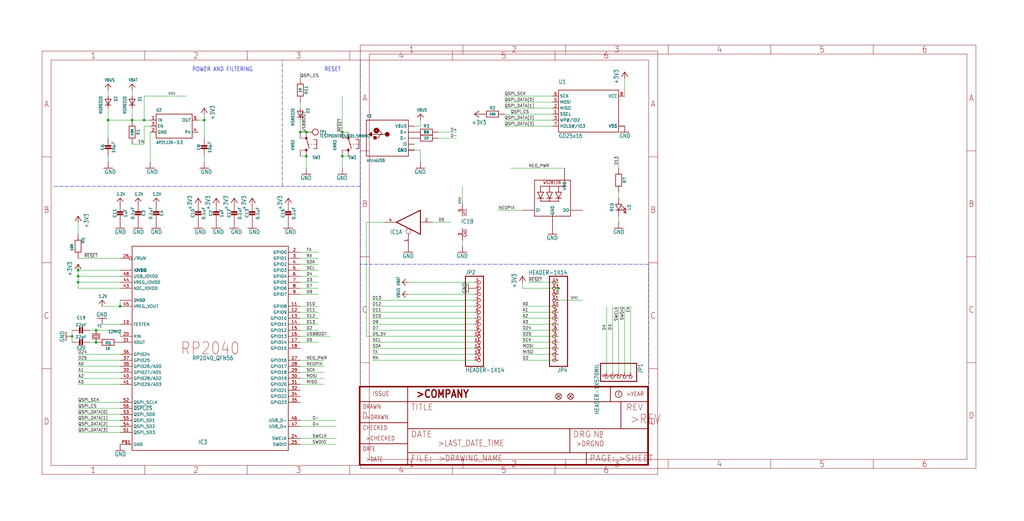
<source format=kicad_sch>
(kicad_sch (version 20211123) (generator eeschema)
  (paper "User" 433.07 220.421)
  (junction (at 236.22 121.92))
  (junction (at 40.64 139.7))
  (junction (at 33.02 119.38))
  (junction (at 40.64 144.78))
  (junction (at 129.54 66.04))
  (junction (at 127 55.88))
  (junction (at 30.48 142.24))
  (junction (at 45.72 50.8))
  (junction (at 50.8 129.54))
  (junction (at 33.02 116.84))
  (junction (at 129.54 55.88))
  (junction (at 86.36 50.8))
  (junction (at 60.96 50.8))
  (junction (at 33.02 114.3))
  (junction (at 144.78 55.88))
  (junction (at 55.88 50.8))
  (junction (at 144.78 66.04))
  (wire (pts (xy 127 111.76) (xy 134.62 111.76)))
  (wire (pts (xy 154.94 93.98) (xy 162.56 93.98)))
  (wire (pts (xy 185.42 55.88) (xy 193.04 55.88)))
  (wire (pts (xy 30.48 144.78) (xy 30.48 142.24)))
  (wire (pts (xy 40.64 139.7) (xy 38.1 139.7)))
  (wire (pts (xy 134.62 109.22) (xy 127 109.22)))
  (wire (pts (xy 60.96 40.64) (xy 78.74 40.64)))
  (wire (pts (xy 220.98 142.24) (xy 236.22 142.24)))
  (wire (pts (xy 50.8 160.02) (xy 33.02 160.02)))
  (wire (pts (xy 50.8 152.4) (xy 33.02 152.4)))
  (wire (pts (xy 33.02 175.26) (xy 50.8 175.26)))
  (wire (pts (xy 264.16 33.02) (xy 264.16 40.64)))
  (wire (pts (xy 127 180.34) (xy 142.24 180.34)))
  (wire (pts (xy 261.62 81.28) (xy 261.62 83.82)))
  (wire (pts (xy 55.88 45.72) (xy 55.88 50.8)))
  (wire (pts (xy 127 132.08) (xy 134.62 132.08)))
  (wire (pts (xy 144.78 55.88) (xy 147.32 55.88)))
  (wire (pts (xy 33.02 119.38) (xy 33.02 116.84)))
  (wire (pts (xy 200.66 142.24) (xy 154.94 142.24)))
  (wire (pts (xy 127 142.24) (xy 139.7 142.24)))
  (wire (pts (xy 266.7 157.48) (xy 266.7 129.54)))
  (wire (pts (xy 33.02 116.84) (xy 33.02 114.3)))
  (wire (pts (xy 236.22 139.7) (xy 220.98 139.7)))
  (wire (pts (xy 50.8 170.18) (xy 33.02 170.18)))
  (wire (pts (xy 45.72 50.8) (xy 45.72 45.72)))
  (wire (pts (xy 127 124.46) (xy 134.62 124.46)))
  (wire (pts (xy 127 144.78) (xy 134.62 144.78)))
  (wire (pts (xy 233.68 45.72) (xy 213.36 45.72)))
  (polyline (pts (xy 152.4 162.56) (xy 152.4 111.76)))
  (wire (pts (xy 220.98 88.9) (xy 210.82 88.9)))
  (wire (pts (xy 213.36 43.18) (xy 233.68 43.18)))
  (wire (pts (xy 213.36 53.34) (xy 233.68 53.34)))
  (polyline (pts (xy 152.4 78.74) (xy 119.38 78.74)))
  (wire (pts (xy 220.98 149.86) (xy 236.22 149.86)))
  (wire (pts (xy 261.62 71.12) (xy 261.62 66.04)))
  (wire (pts (xy 50.8 109.22) (xy 33.02 109.22)))
  (wire (pts (xy 259.08 157.48) (xy 259.08 129.54)))
  (wire (pts (xy 220.98 132.08) (xy 236.22 132.08)))
  (wire (pts (xy 127 114.3) (xy 134.62 114.3)))
  (wire (pts (xy 177.8 63.5) (xy 177.8 68.58)))
  (wire (pts (xy 60.96 50.8) (xy 60.96 40.64)))
  (wire (pts (xy 38.1 144.78) (xy 40.64 144.78)))
  (wire (pts (xy 220.98 121.92) (xy 236.22 121.92)))
  (wire (pts (xy 129.54 55.88) (xy 127 55.88)))
  (wire (pts (xy 195.58 78.74) (xy 195.58 86.36)))
  (wire (pts (xy 200.66 144.78) (xy 157.48 144.78)))
  (wire (pts (xy 86.36 50.8) (xy 86.36 48.26)))
  (wire (pts (xy 157.48 139.7) (xy 200.66 139.7)))
  (wire (pts (xy 50.8 137.16) (xy 43.18 137.16)))
  (wire (pts (xy 144.78 40.64) (xy 144.78 55.88)))
  (wire (pts (xy 157.48 129.54) (xy 200.66 129.54)))
  (wire (pts (xy 195.58 101.6) (xy 195.58 104.14)))
  (wire (pts (xy 43.18 129.54) (xy 50.8 129.54)))
  (wire (pts (xy 238.76 71.12) (xy 215.9 71.12)))
  (wire (pts (xy 236.22 127) (xy 246.38 127)))
  (wire (pts (xy 40.64 139.7) (xy 50.8 139.7)))
  (wire (pts (xy 50.8 121.92) (xy 33.02 121.92)))
  (wire (pts (xy 236.22 152.4) (xy 220.98 152.4)))
  (wire (pts (xy 50.8 116.84) (xy 33.02 116.84)))
  (wire (pts (xy 233.68 50.8) (xy 213.36 50.8)))
  (wire (pts (xy 33.02 180.34) (xy 50.8 180.34)))
  (wire (pts (xy 200.66 127) (xy 157.48 127)))
  (wire (pts (xy 233.68 48.26) (xy 213.36 48.26)))
  (wire (pts (xy 30.48 142.24) (xy 30.48 139.7)))
  (wire (pts (xy 264.16 157.48) (xy 264.16 129.54)))
  (wire (pts (xy 157.48 147.32) (xy 200.66 147.32)))
  (wire (pts (xy 220.98 137.16) (xy 236.22 137.16)))
  (wire (pts (xy 127 134.62) (xy 134.62 134.62)))
  (wire (pts (xy 55.88 60.96) (xy 60.96 60.96)))
  (wire (pts (xy 127 66.04) (xy 129.54 66.04)))
  (wire (pts (xy 177.8 53.34) (xy 177.8 50.8)))
  (wire (pts (xy 127 157.48) (xy 137.16 157.48)))
  (wire (pts (xy 127 177.8) (xy 142.24 177.8)))
  (wire (pts (xy 236.22 134.62) (xy 220.98 134.62)))
  (wire (pts (xy 127 137.16) (xy 134.62 137.16)))
  (wire (pts (xy 127 154.94) (xy 137.16 154.94)))
  (wire (pts (xy 86.36 58.42) (xy 86.36 50.8)))
  (wire (pts (xy 127 121.92) (xy 134.62 121.92)))
  (wire (pts (xy 45.72 66.04) (xy 45.72 68.58)))
  (wire (pts (xy 50.8 172.72) (xy 33.02 172.72)))
  (wire (pts (xy 63.5 55.88) (xy 63.5 68.58)))
  (wire (pts (xy 60.96 60.96) (xy 60.96 53.34)))
  (wire (pts (xy 127 116.84) (xy 134.62 116.84)))
  (wire (pts (xy 256.54 129.54) (xy 256.54 157.48)))
  (wire (pts (xy 233.68 40.64) (xy 213.36 40.64)))
  (wire (pts (xy 175.26 63.5) (xy 177.8 63.5)))
  (wire (pts (xy 261.62 91.44) (xy 261.62 93.98)))
  (wire (pts (xy 127 162.56) (xy 137.16 162.56)))
  (wire (pts (xy 50.8 119.38) (xy 33.02 119.38)))
  (wire (pts (xy 33.02 177.8) (xy 50.8 177.8)))
  (wire (pts (xy 182.88 93.98) (xy 190.5 93.98)))
  (wire (pts (xy 261.62 129.54) (xy 261.62 157.48)))
  (wire (pts (xy 144.78 71.12) (xy 144.78 66.04)))
  (wire (pts (xy 33.02 182.88) (xy 50.8 182.88)))
  (wire (pts (xy 127 152.4) (xy 137.16 152.4)))
  (wire (pts (xy 55.88 50.8) (xy 45.72 50.8)))
  (wire (pts (xy 50.8 127) (xy 50.8 129.54)))
  (wire (pts (xy 220.98 119.38) (xy 220.98 121.92)))
  (wire (pts (xy 157.48 152.4) (xy 200.66 152.4)))
  (wire (pts (xy 33.02 157.48) (xy 50.8 157.48)))
  (wire (pts (xy 157.48 134.62) (xy 200.66 134.62)))
  (wire (pts (xy 86.36 66.04) (xy 86.36 68.58)))
  (polyline (pts (xy 274.32 162.56) (xy 274.32 111.76)))
  (wire (pts (xy 129.54 66.04) (xy 129.54 71.12)))
  (wire (pts (xy 175.26 53.34) (xy 177.8 53.34)))
  (wire (pts (xy 83.82 50.8) (xy 86.36 50.8)))
  (polyline (pts (xy 22.86 78.74) (xy 119.38 78.74)))
  (wire (pts (xy 200.66 132.08) (xy 157.48 132.08)))
  (wire (pts (xy 33.02 93.98) (xy 33.02 99.06)))
  (wire (pts (xy 236.22 129.54) (xy 220.98 129.54)))
  (wire (pts (xy 127 187.96) (xy 142.24 187.96)))
  (wire (pts (xy 60.96 53.34) (xy 63.5 53.34)))
  (wire (pts (xy 63.5 50.8) (xy 60.96 50.8)))
  (wire (pts (xy 185.42 58.42) (xy 193.04 58.42)))
  (wire (pts (xy 50.8 114.3) (xy 33.02 114.3)))
  (polyline (pts (xy 152.4 111.76) (xy 152.4 78.74)))
  (polyline (pts (xy 152.4 78.74) (xy 152.4 25.4)))
  (wire (pts (xy 33.02 121.92) (xy 33.02 119.38)))
  (wire (pts (xy 127 33.02) (xy 127 30.48)))
  (wire (pts (xy 127 106.68) (xy 134.62 106.68)))
  (wire (pts (xy 200.66 149.86) (xy 157.48 149.86)))
  (wire (pts (xy 154.94 142.24) (xy 154.94 93.98)))
  (wire (pts (xy 127 160.02) (xy 137.16 160.02)))
  (wire (pts (xy 127 45.72) (xy 127 43.18)))
  (wire (pts (xy 50.8 154.94) (xy 33.02 154.94)))
  (wire (pts (xy 142.24 185.42) (xy 127 185.42)))
  (wire (pts (xy 172.72 119.38) (xy 200.66 119.38)))
  (polyline (pts (xy 119.38 78.74) (xy 119.38 25.4)))
  (wire (pts (xy 236.22 119.38) (xy 223.52 119.38)))
  (wire (pts (xy 236.22 147.32) (xy 220.98 147.32)))
  (polyline (pts (xy 274.32 111.76) (xy 152.4 111.76)))
  (wire (pts (xy 236.22 124.46) (xy 236.22 121.92)))
  (wire (pts (xy 200.66 124.46) (xy 172.72 124.46)))
  (wire (pts (xy 33.02 162.56) (xy 50.8 162.56)))
  (wire (pts (xy 127 119.38) (xy 134.62 119.38)))
  (wire (pts (xy 45.72 38.1) (xy 45.72 40.64)))
  (wire (pts (xy 45.72 50.8) (xy 45.72 58.42)))
  (wire (pts (xy 236.22 144.78) (xy 220.98 144.78)))
  (wire (pts (xy 147.32 66.04) (xy 144.78 66.04)))
  (wire (pts (xy 127 139.7) (xy 134.62 139.7)))
  (wire (pts (xy 33.02 149.86) (xy 50.8 149.86)))
  (wire (pts (xy 127 129.54) (xy 134.62 129.54)))
  (wire (pts (xy 127 55.88) (xy 127 50.8)))
  (wire (pts (xy 55.88 40.64) (xy 55.88 38.1)))
  (wire (pts (xy 55.88 50.8) (xy 60.96 50.8)))
  (wire (pts (xy 50.8 139.7) (xy 50.8 142.24)))
  (wire (pts (xy 200.66 137.16) (xy 157.48 137.16)))
  (text "RESET" (at 137.16 30.48 180) (effects (font (size 1.778 1.5113)) (justify left bottom)))
  (text "POWER AND FILTERING" (at 81.28 30.48 180) (effects (font (size 1.778 1.5113)) (justify left bottom)))
  (label "A2" (at 220.98 134.62 0) (effects (font (size 1.2446 1.2446))))
  (label "RX" (at 129.54 109.22 0) (effects (font (size 1.2446 1.2446))))
  (label "D9" (at 129.54 124.46 0) (effects (font (size 1.2446 1.2446))))
  (label "D11" (at 129.54 132.08 0) (effects (font (size 1.2446 1.2446))))
  (label "D4" (at 256.54 139.7 90) (effects (font (size 1.2446 1.2446))))
  (label "D12" (at 157.48 129.54 0) (effects (font (size 1.2446 1.2446))))
  (label "QSPI_DATA[0]" (at 33.02 175.26 0) (effects (font (size 1.2446 1.2446))))
  (label "SWCLK" (at 132.08 185.42 0) (effects (font (size 1.2446 1.2446))))
  (label "QSPI_DATA[1]" (at 213.36 45.72 0) (effects (font (size 1.2446 1.2446))))
  (label "A1" (at 33.02 157.48 0) (effects (font (size 1.2446 1.2446))))
  (label "D25" (at 220.98 142.24 0) (effects (font (size 1.2446 1.2446))))
  (label "D5_5V" (at 157.48 142.24 0) (effects (font (size 1.2446 1.2446))))
  (label "D2" (at 129.54 139.7 0) (effects (font (size 1.2446 1.2446))))
  (label "SCL" (at 129.54 114.3 0) (effects (font (size 1.2446 1.2446))))
  (label "D11" (at 157.48 132.08 0) (effects (font (size 1.2446 1.2446))))
  (label "QSPI_DATA[2]" (at 213.36 50.8 0) (effects (font (size 1.2446 1.2446))))
  (label "SCL" (at 157.48 144.78 0) (effects (font (size 1.2446 1.2446))))
  (label "SWCLK" (at 261.62 129.54 270) (effects (font (size 1.2446 1.2446))))
  (label "D9" (at 157.48 137.16 0) (effects (font (size 1.2446 1.2446))))
  (label "QSPI_DATA[0]" (at 213.36 43.18 0) (effects (font (size 1.2446 1.2446))))
  (label "D24" (at 220.98 139.7 0) (effects (font (size 1.2446 1.2446))))
  (label "MOSI" (at 220.98 147.32 0) (effects (font (size 1.2446 1.2446))))
  (label "D-" (at 132.08 177.8 0) (effects (font (size 1.2446 1.2446))))
  (label "SDA" (at 129.54 111.76 0) (effects (font (size 1.2446 1.2446))))
  (label "VHI" (at 241.3 127 0) (effects (font (size 1.2446 1.2446))))
  (label "D5" (at 129.54 144.78 0) (effects (font (size 1.2446 1.2446))))
  (label "MISO" (at 129.54 162.56 0) (effects (font (size 1.2446 1.2446))))
  (label "A0" (at 33.02 154.94 0) (effects (font (size 1.2446 1.2446))))
  (label "USBBOOT" (at 129.54 55.88 90) (effects (font (size 1.2446 1.2446))))
  (label "D+" (at 190.5 55.88 0) (effects (font (size 1.2446 1.2446))))
  (label "NEOPIX" (at 129.54 154.94 0) (effects (font (size 1.2446 1.2446))))
  (label "NEO_PWR" (at 223.52 71.12 0) (effects (font (size 1.2446 1.2446))))
  (label "NEO_PWR" (at 129.54 152.4 0) (effects (font (size 1.2446 1.2446))))
  (label "QSPI_DATA[2]" (at 33.02 180.34 0) (effects (font (size 1.2446 1.2446))))
  (label "TX" (at 157.48 149.86 0) (effects (font (size 1.2446 1.2446))))
  (label "D12" (at 129.54 134.62 0) (effects (font (size 1.2446 1.2446))))
  (label "D3" (at 129.54 119.38 0) (effects (font (size 1.2446 1.2446))))
  (label "QSPI_DATA[3]" (at 213.36 53.34 0) (effects (font (size 1.2446 1.2446))))
  (label "QSPI_SCK" (at 213.36 40.64 0) (effects (font (size 1.2446 1.2446))))
  (label "QSPI_CS" (at 33.02 172.72 0) (effects (font (size 1.2446 1.2446))))
  (label "SWDIO" (at 132.08 187.96 0) (effects (font (size 1.2446 1.2446))))
  (label "VHI" (at 71.12 40.64 0) (effects (font (size 1.2446 1.2446))))
  (label "D5" (at 185.42 93.98 0) (effects (font (size 1.2446 1.2446))))
  (label "A3" (at 33.02 162.56 0) (effects (font (size 1.2446 1.2446))))
  (label "D2" (at 220.98 152.4 0) (effects (font (size 1.2446 1.2446))))
  (label "SDA" (at 157.48 147.32 0) (effects (font (size 1.2446 1.2446))))
  (label "QSPI_SCK" (at 33.02 170.18 0) (effects (font (size 1.2446 1.2446))))
  (label "SWDIO" (at 264.16 129.54 270) (effects (font (size 1.2446 1.2446))))
  (label "~{RESET}" (at 35.56 109.22 0) (effects (font (size 1.2446 1.2446))))
  (label "D13" (at 157.48 127 0) (effects (font (size 1.2446 1.2446))))
  (label "D25" (at 33.02 152.4 0) (effects (font (size 1.2446 1.2446))))
  (label "MOSI" (at 129.54 160.02 0) (effects (font (size 1.2446 1.2446))))
  (label "QSPI_CS" (at 215.9 48.26 0) (effects (font (size 1.2446 1.2446))))
  (label "EN" (at 58.42 60.96 0) (effects (font (size 1.2446 1.2446))))
  (label "A0" (at 220.98 129.54 0) (effects (font (size 1.2446 1.2446))))
  (label "~{RESET}" (at 223.52 119.38 0) (effects (font (size 1.2446 1.2446))))
  (label "D10" (at 157.48 134.62 0) (effects (font (size 1.2446 1.2446))))
  (label "VHI" (at 195.58 86.36 90) (effects (font (size 1.2446 1.2446))))
  (label "D10" (at 129.54 129.54 0) (effects (font (size 1.2446 1.2446))))
  (label "MISO" (at 220.98 149.86 0) (effects (font (size 1.2446 1.2446))))
  (label "NEOPIX" (at 210.82 88.9 0) (effects (font (size 1.2446 1.2446))))
  (label "D24" (at 33.02 149.86 0) (effects (font (size 1.2446 1.2446))))
  (label "A2" (at 33.02 160.02 0) (effects (font (size 1.2446 1.2446))))
  (label "EN" (at 266.7 129.54 270) (effects (font (size 1.2446 1.2446))))
  (label "A1" (at 220.98 132.08 0) (effects (font (size 1.2446 1.2446))))
  (label "RX" (at 157.48 152.4 0) (effects (font (size 1.2446 1.2446))))
  (label "QSPI_DATA[3]" (at 33.02 182.88 0) (effects (font (size 1.2446 1.2446))))
  (label "A3" (at 220.98 137.16 0) (effects (font (size 1.2446 1.2446))))
  (label "D-" (at 190.5 58.42 0) (effects (font (size 1.2446 1.2446))))
  (label "SCK" (at 129.54 157.48 0) (effects (font (size 1.2446 1.2446))))
  (label "D13" (at 261.62 66.04 270) (effects (font (size 1.2446 1.2446))))
  (label "D7" (at 157.48 139.7 0) (effects (font (size 1.2446 1.2446))))
  (label "SCK" (at 220.98 144.78 0) (effects (font (size 1.2446 1.2446))))
  (label "QSPI_CS" (at 127 33.02 0) (effects (font (size 1.2446 1.2446))))
  (label "~{RESET}" (at 144.78 55.88 90) (effects (font (size 1.2446 1.2446))))
  (label "D13" (at 129.54 137.16 0) (effects (font (size 1.2446 1.2446))))
  (label "D+" (at 132.08 180.34 0) (effects (font (size 1.2446 1.2446))))
  (label "USBBOOT" (at 129.54 142.24 0) (effects (font (size 1.2446 1.2446))))
  (label "D7" (at 129.54 121.92 0) (effects (font (size 1.2446 1.2446))))
  (label "D4" (at 129.54 116.84 0) (effects (font (size 1.2446 1.2446))))
  (label "TX" (at 129.54 106.68 0) (effects (font (size 1.2446 1.2446))))
  (label "D3" (at 259.08 139.7 90) (effects (font (size 1.2446 1.2446))))
  (label "QSPI_DATA[1]" (at 33.02 177.8 0) (effects (font (size 1.2446 1.2446))))
  (symbol (lib_id "schematicEagle-eagle-import:FIDUCIAL_1MM") (at 236.22 167.64 0) (unit 1)
    (property "Reference" "U$35" (effects hide))
    (property "Value" "FIDUCIAL_1MM" (effects hide))
    (property "Footprint" "schematicEagle:FIDUCIAL_1MM" (effects hide))
  )
  (symbol (lib_id "schematicEagle-eagle-import:HEADER-1X14") (at 233.68 134.62 180) (unit 1)
    (property "Reference" "JP4" (at 240.03 155.575 0) (effects (font (size 1.778 1.5113)) (justify left bottom)))
    (property "Value" "HEADER-1X14" (at 240.03 114.3 0) (effects (font (size 1.778 1.5113)) (justify left bottom)))
    (property "Footprint" "schematicEagle:1X14_ROUND70" (effects hide))
  )
  (symbol (lib_id "schematicEagle-eagle-import:+3V3") (at 264.16 30.48 0) (unit 1)
    (property "Reference" "#+3V7" (effects hide))
    (property "Value" "+3V3" (at 261.62 35.56 90) (effects (font (size 1.778 1.5113)) (justify left bottom)))
    (property "Footprint" "schematicEagle:" (effects hide))
  )
  (symbol (lib_id "schematicEagle-eagle-import:FIDUCIAL_1MM") (at 241.3 167.64 0) (unit 1)
    (property "Reference" "U$34" (effects hide))
    (property "Value" "FIDUCIAL_1MM" (effects hide))
    (property "Footprint" "schematicEagle:FIDUCIAL_1MM" (effects hide))
  )
  (symbol (lib_id "schematicEagle-eagle-import:+3V3") (at 33.02 91.44 0) (mirror y) (unit 1)
    (property "Reference" "#+3V2" (effects hide))
    (property "Value" "+3V3" (at 35.56 96.52 90) (effects (font (size 1.778 1.5113)) (justify left bottom)))
    (property "Footprint" "schematicEagle:" (effects hide))
  )
  (symbol (lib_id "schematicEagle-eagle-import:TESTPOINTROUND1.5MMNO") (at 129.54 55.88 270) (unit 1)
    (property "Reference" "TP1" (at 135.128 55.88 90) (effects (font (size 1.27 1.0795)) (justify left)))
    (property "Value" "TESTPOINTROUND1.5MMNO" (at 135.128 57.531 90) (effects (font (size 1.27 1.0795)) (justify left)))
    (property "Footprint" "schematicEagle:TESTPOINT_ROUND_1.5MM_NO" (effects hide))
  )
  (symbol (lib_id "schematicEagle-eagle-import:RESISTOR_0402NO") (at 261.62 76.2 270) (unit 1)
    (property "Reference" "R7" (at 264.16 76.2 0))
    (property "Value" "1K" (effects hide))
    (property "Footprint" "schematicEagle:_0402NO" (effects hide))
  )
  (symbol (lib_id "schematicEagle-eagle-import:741G125DCK") (at 172.72 93.98 180) (unit 1)
    (property "Reference" "IC1" (at 170.18 97.155 0) (effects (font (size 1.778 1.5113)) (justify left bottom)))
    (property "Value" "74HCT1G125DBV" (effects hide))
    (property "Footprint" "schematicEagle:SC70-5" (effects hide))
  )
  (symbol (lib_id "schematicEagle-eagle-import:+3V3") (at 86.36 45.72 0) (mirror y) (unit 1)
    (property "Reference" "#+3V4" (effects hide))
    (property "Value" "+3V3" (at 88.9 50.8 90) (effects (font (size 1.778 1.5113)) (justify left bottom)))
    (property "Footprint" "schematicEagle:" (effects hide))
  )
  (symbol (lib_id "schematicEagle-eagle-import:CAP_CERAMIC_0402NO") (at 35.56 139.7 90) (unit 1)
    (property "Reference" "C19" (at 34.31 134.37 90))
    (property "Value" "22pF" (at 34.31 137.4 90))
    (property "Footprint" "schematicEagle:_0402NO" (effects hide))
  )
  (symbol (lib_id "schematicEagle-eagle-import:GND") (at 50.8 96.52 0) (mirror y) (unit 1)
    (property "Reference" "#GND13" (effects hide))
    (property "Value" "GND" (at 53.34 99.06 0) (effects (font (size 1.778 1.5113)) (justify left bottom)))
    (property "Footprint" "schematicEagle:" (effects hide))
  )
  (symbol (lib_id "schematicEagle-eagle-import:RESISTOR_0402NO") (at 55.88 55.88 270) (unit 1)
    (property "Reference" "R1" (at 58.42 55.88 0))
    (property "Value" "10K" (at 55.88 55.88 0) (effects (font (size 1.016 1.016) bold)))
    (property "Footprint" "schematicEagle:_0402NO" (effects hide))
  )
  (symbol (lib_id "schematicEagle-eagle-import:GND") (at 99.06 96.52 0) (unit 1)
    (property "Reference" "#U$21" (effects hide))
    (property "Value" "GND" (at 97.536 99.06 0) (effects (font (size 1.778 1.5113)) (justify left bottom)))
    (property "Footprint" "schematicEagle:" (effects hide))
  )
  (symbol (lib_id "schematicEagle-eagle-import:1.2V") (at 43.18 127 0) (unit 1)
    (property "Reference" "#U$8" (effects hide))
    (property "Value" "1.2V" (at 41.656 125.984 0) (effects (font (size 1.27 1.0795)) (justify left bottom)))
    (property "Footprint" "schematicEagle:" (effects hide))
  )
  (symbol (lib_id "schematicEagle-eagle-import:GND") (at 63.5 71.12 0) (unit 1)
    (property "Reference" "#U$30" (effects hide))
    (property "Value" "GND" (at 61.976 73.66 0) (effects (font (size 1.778 1.5113)) (justify left bottom)))
    (property "Footprint" "schematicEagle:" (effects hide))
  )
  (symbol (lib_id "schematicEagle-eagle-import:1.2V") (at 66.04 83.82 0) (unit 1)
    (property "Reference" "#U$14" (effects hide))
    (property "Value" "1.2V" (at 64.516 82.804 0) (effects (font (size 1.27 1.0795)) (justify left bottom)))
    (property "Footprint" "schematicEagle:" (effects hide))
  )
  (symbol (lib_id "schematicEagle-eagle-import:HEADER-1X570MIL") (at 261.62 160.02 270) (unit 1)
    (property "Reference" "JP1" (at 269.875 153.67 0) (effects (font (size 1.778 1.5113)) (justify left bottom)))
    (property "Value" "HEADER-1X570MIL" (at 251.46 153.67 0) (effects (font (size 1.778 1.5113)) (justify left bottom)))
    (property "Footprint" "schematicEagle:1X05_ROUND_70" (effects hide))
  )
  (symbol (lib_id "schematicEagle-eagle-import:GND") (at 66.04 96.52 0) (mirror y) (unit 1)
    (property "Reference" "#GND11" (effects hide))
    (property "Value" "GND" (at 68.58 99.06 0) (effects (font (size 1.778 1.5113)) (justify left bottom)))
    (property "Footprint" "schematicEagle:" (effects hide))
  )
  (symbol (lib_id "schematicEagle-eagle-import:LED0603_NOOUTLINE") (at 261.62 88.9 270) (unit 1)
    (property "Reference" "L0" (at 266.065 87.63 0))
    (property "Value" "RED" (at 258.826 87.63 0))
    (property "Footprint" "schematicEagle:CHIPLED_0603_NOOUTLINE" (effects hide))
  )
  (symbol (lib_id "schematicEagle-eagle-import:RESISTOR_0402NO") (at 180.34 58.42 0) (unit 1)
    (property "Reference" "R4" (at 180.34 55.88 0))
    (property "Value" "22" (at 180.34 58.42 0) (effects (font (size 1.016 1.016) bold)))
    (property "Footprint" "schematicEagle:_0402NO" (effects hide))
  )
  (symbol (lib_id "schematicEagle-eagle-import:+3V3") (at 91.44 83.82 0) (unit 1)
    (property "Reference" "#+3V13" (effects hide))
    (property "Value" "+3V3" (at 88.9 88.9 90) (effects (font (size 1.778 1.5113)) (justify left bottom)))
    (property "Footprint" "schematicEagle:" (effects hide))
  )
  (symbol (lib_id "schematicEagle-eagle-import:GND") (at 50.8 190.5 0) (mirror y) (unit 1)
    (property "Reference" "#GND6" (effects hide))
    (property "Value" "GND" (at 53.34 193.04 0) (effects (font (size 1.778 1.5113)) (justify left bottom)))
    (property "Footprint" "schematicEagle:" (effects hide))
  )
  (symbol (lib_id "schematicEagle-eagle-import:CAP_CERAMIC_0402NO") (at 121.92 91.44 0) (unit 1)
    (property "Reference" "C16" (at 119.63 90.19 90))
    (property "Value" "0.1uF" (at 124.22 90.19 90))
    (property "Footprint" "schematicEagle:_0402NO" (effects hide))
  )
  (symbol (lib_id "schematicEagle-eagle-import:+3V3") (at 106.68 83.82 0) (unit 1)
    (property "Reference" "#+3V15" (effects hide))
    (property "Value" "+3V3" (at 104.14 88.9 90) (effects (font (size 1.778 1.5113)) (justify left bottom)))
    (property "Footprint" "schematicEagle:" (effects hide))
  )
  (symbol (lib_id "schematicEagle-eagle-import:RESISTOR_0402NO") (at 127 38.1 270) (unit 1)
    (property "Reference" "R11" (at 129.54 38.1 0))
    (property "Value" "1K" (at 127 38.1 0) (effects (font (size 1.016 1.016) bold)))
    (property "Footprint" "schematicEagle:_0402NO" (effects hide))
  )
  (symbol (lib_id "schematicEagle-eagle-import:CAP_CERAMIC0805-NOOUTLINE") (at 45.72 63.5 0) (unit 1)
    (property "Reference" "C6" (at 43.43 62.25 90))
    (property "Value" "10µF" (at 48.02 62.25 90))
    (property "Footprint" "schematicEagle:0805-NO" (effects hide))
  )
  (symbol (lib_id "schematicEagle-eagle-import:CRYSTAL2.5X2.0") (at 40.64 142.24 90) (unit 1)
    (property "Reference" "Y1" (at 43.18 137.16 90) (effects (font (size 1.27 1.0795)) (justify left bottom)))
    (property "Value" "12MHZ" (at 45.72 140.97 90) (effects (font (size 1.27 1.0795)) (justify right top)))
    (property "Footprint" "schematicEagle:CRYSTAL_2.5X2" (effects hide))
  )
  (symbol (lib_id "schematicEagle-eagle-import:GND") (at 144.78 73.66 0) (unit 1)
    (property "Reference" "#GND15" (effects hide))
    (property "Value" "GND" (at 142.24 76.2 0) (effects (font (size 1.778 1.5113)) (justify left bottom)))
    (property "Footprint" "schematicEagle:" (effects hide))
  )
  (symbol (lib_id "schematicEagle-eagle-import:GND") (at 86.36 71.12 0) (unit 1)
    (property "Reference" "#U$29" (effects hide))
    (property "Value" "GND" (at 84.836 73.66 0) (effects (font (size 1.778 1.5113)) (justify left bottom)))
    (property "Footprint" "schematicEagle:" (effects hide))
  )
  (symbol (lib_id "schematicEagle-eagle-import:CAP_CERAMIC_0402NO") (at 66.04 88.9 180) (unit 1)
    (property "Reference" "C4" (at 68.33 90.15 90))
    (property "Value" "0.1uF" (at 63.74 90.15 90))
    (property "Footprint" "schematicEagle:_0402NO" (effects hide))
  )
  (symbol (lib_id "schematicEagle-eagle-import:+3V3") (at 200.66 48.26 90) (unit 1)
    (property "Reference" "#+3V8" (effects hide))
    (property "Value" "+3V3" (at 205.74 50.8 90) (effects (font (size 1.778 1.5113)) (justify left bottom)))
    (property "Footprint" "schematicEagle:" (effects hide))
  )
  (symbol (lib_id "schematicEagle-eagle-import:CAP_CERAMIC_0402NO") (at 35.56 144.78 90) (unit 1)
    (property "Reference" "C20" (at 34.31 147.07 90))
    (property "Value" "22pF" (at 34.31 142.48 90))
    (property "Footprint" "schematicEagle:_0402NO" (effects hide))
  )
  (symbol (lib_id "schematicEagle-eagle-import:VBUS") (at 170.18 124.46 90) (unit 1)
    (property "Reference" "#U$19" (effects hide))
    (property "Value" "VBUS" (at 169.164 125.984 0) (effects (font (size 1.27 1.0795)) (justify left bottom)))
    (property "Footprint" "schematicEagle:" (effects hide))
  )
  (symbol (lib_id "schematicEagle-eagle-import:DIODESOD-323F") (at 55.88 43.18 270) (unit 1)
    (property "Reference" "D1" (at 58.42 40.64 0) (effects (font (size 1.27 1.0795)) (justify left bottom)))
    (property "Value" "NSR0320" (at 52.07 40.64 0) (effects (font (size 1.27 1.0795)) (justify left bottom)))
    (property "Footprint" "schematicEagle:SOD-323F" (effects hide))
  )
  (symbol (lib_id "schematicEagle-eagle-import:CAP_CERAMIC_0603MP") (at 50.8 91.44 0) (unit 1)
    (property "Reference" "C11" (at 48.51 90.19 90))
    (property "Value" "1uF" (at 53.1 90.19 90))
    (property "Footprint" "schematicEagle:_0603MP" (effects hide))
  )
  (symbol (lib_id "schematicEagle-eagle-import:GND") (at 45.72 71.12 0) (unit 1)
    (property "Reference" "#U$27" (effects hide))
    (property "Value" "GND" (at 44.196 73.66 0) (effects (font (size 1.778 1.5113)) (justify left bottom)))
    (property "Footprint" "schematicEagle:" (effects hide))
  )
  (symbol (lib_id "schematicEagle-eagle-import:CAP_CERAMIC_0402NO") (at 58.42 88.9 180) (unit 1)
    (property "Reference" "C3" (at 60.71 90.15 90))
    (property "Value" "0.1uF" (at 56.12 90.15 90))
    (property "Footprint" "schematicEagle:_0402NO" (effects hide))
  )
  (symbol (lib_id "schematicEagle-eagle-import:+3V3") (at 33.02 111.76 0) (unit 1)
    (property "Reference" "#+3V9" (effects hide))
    (property "Value" "+3V3" (at 30.48 116.84 90) (effects (font (size 1.778 1.5113)) (justify left bottom)))
    (property "Footprint" "schematicEagle:" (effects hide))
  )
  (symbol (lib_id "schematicEagle-eagle-import:741G125DCK") (at 195.58 93.98 0) (unit 2)
    (property "Reference" "IC1" (at 194.945 94.615 0) (effects (font (size 1.778 1.5113)) (justify left bottom)))
    (property "Value" "74HCT1G125DBV" (effects hide))
    (property "Footprint" "schematicEagle:SC70-5" (effects hide))
  )
  (symbol (lib_id "schematicEagle-eagle-import:GND") (at 106.68 96.52 0) (unit 1)
    (property "Reference" "#U$22" (effects hide))
    (property "Value" "GND" (at 105.156 99.06 0) (effects (font (size 1.778 1.5113)) (justify left bottom)))
    (property "Footprint" "schematicEagle:" (effects hide))
  )
  (symbol (lib_id "schematicEagle-eagle-import:GND") (at 129.54 73.66 0) (unit 1)
    (property "Reference" "#GND16" (effects hide))
    (property "Value" "GND" (at 127 76.2 0) (effects (font (size 1.778 1.5113)) (justify left bottom)))
    (property "Footprint" "schematicEagle:" (effects hide))
  )
  (symbol (lib_id "schematicEagle-eagle-import:VBAT") (at 170.18 119.38 90) (unit 1)
    (property "Reference" "#U$20" (effects hide))
    (property "Value" "VBAT" (at 169.164 120.904 0) (effects (font (size 1.27 1.0795)) (justify left bottom)))
    (property "Footprint" "schematicEagle:" (effects hide))
  )
  (symbol (lib_id "schematicEagle-eagle-import:+3V3") (at 83.82 83.82 0) (unit 1)
    (property "Reference" "#+3V12" (effects hide))
    (property "Value" "+3V3" (at 81.28 88.9 90) (effects (font (size 1.778 1.5113)) (justify left bottom)))
    (property "Footprint" "schematicEagle:" (effects hide))
  )
  (symbol (lib_id "schematicEagle-eagle-import:GND") (at 177.8 71.12 0) (unit 1)
    (property "Reference" "#GND1" (effects hide))
    (property "Value" "GND" (at 175.26 73.66 0) (effects (font (size 1.778 1.5113)) (justify left bottom)))
    (property "Footprint" "schematicEagle:" (effects hide))
  )
  (symbol (lib_id "schematicEagle-eagle-import:DIODESOD-323F") (at 45.72 43.18 270) (unit 1)
    (property "Reference" "D2" (at 48.26 40.64 0) (effects (font (size 1.27 1.0795)) (justify left bottom)))
    (property "Value" "NSR0320" (at 41.91 40.64 0) (effects (font (size 1.27 1.0795)) (justify left bottom)))
    (property "Footprint" "schematicEagle:SOD-323F" (effects hide))
  )
  (symbol (lib_id "schematicEagle-eagle-import:SWITCH_TACT_SMT4.6X2.8") (at 129.54 60.96 270) (unit 1)
    (property "Reference" "SW3" (at 132.08 67.31 90) (effects (font (size 1.27 1.0795)) (justify left bottom)))
    (property "Value" "KMR2" (at 123.19 59.055 0) (effects (font (size 1.27 1.0795)) (justify left bottom)))
    (property "Footprint" "schematicEagle:BTN_KMR2_4.6X2.8" (effects hide))
  )
  (symbol (lib_id "schematicEagle-eagle-import:GND") (at 172.72 106.68 0) (unit 1)
    (property "Reference" "#GND3" (effects hide))
    (property "Value" "GND" (at 170.18 109.22 0) (effects (font (size 1.778 1.5113)) (justify left bottom)))
    (property "Footprint" "schematicEagle:" (effects hide))
  )
  (symbol (lib_id "schematicEagle-eagle-import:CAP_CERAMIC_0402NO") (at 83.82 91.44 0) (unit 1)
    (property "Reference" "C10" (at 81.53 90.19 90))
    (property "Value" "0.1uF" (at 86.12 90.19 90))
    (property "Footprint" "schematicEagle:_0402NO" (effects hide))
  )
  (symbol (lib_id "schematicEagle-eagle-import:GND") (at 121.92 96.52 0) (unit 1)
    (property "Reference" "#U$37" (effects hide))
    (property "Value" "GND" (at 120.396 99.06 0) (effects (font (size 1.778 1.5113)) (justify left bottom)))
    (property "Footprint" "schematicEagle:" (effects hide))
  )
  (symbol (lib_id "schematicEagle-eagle-import:VBUS") (at 45.72 35.56 0) (unit 1)
    (property "Reference" "#U$3" (effects hide))
    (property "Value" "VBUS" (at 44.196 34.544 0) (effects (font (size 1.27 1.0795)) (justify left bottom)))
    (property "Footprint" "schematicEagle:" (effects hide))
  )
  (symbol (lib_id "schematicEagle-eagle-import:SPIFLASH_8PIN_4X4") (at 248.92 48.26 0) (unit 1)
    (property "Reference" "U1" (at 236.22 35.56 0) (effects (font (size 1.778 1.5113)) (justify left bottom)))
    (property "Value" "GD25x16" (at 236.22 58.42 0) (effects (font (size 1.778 1.5113)) (justify left bottom)))
    (property "Footprint" "schematicEagle:USON8_4X4" (effects hide))
  )
  (symbol (lib_id "schematicEagle-eagle-import:CAP_CERAMIC_0402NO") (at 99.06 91.44 0) (unit 1)
    (property "Reference" "C12" (at 96.77 90.19 90))
    (property "Value" "0.1uF" (at 101.36 90.19 90))
    (property "Footprint" "schematicEagle:_0402NO" (effects hide))
  )
  (symbol (lib_id "schematicEagle-eagle-import:+3V3") (at 220.98 116.84 0) (unit 1)
    (property "Reference" "#+3V1" (effects hide))
    (property "Value" "+3V3" (at 218.44 121.92 90) (effects (font (size 1.778 1.5113)) (justify left bottom)))
    (property "Footprint" "schematicEagle:" (effects hide))
  )
  (symbol (lib_id "schematicEagle-eagle-import:+3V3") (at 99.06 83.82 0) (unit 1)
    (property "Reference" "#+3V14" (effects hide))
    (property "Value" "+3V3" (at 96.52 88.9 90) (effects (font (size 1.778 1.5113)) (justify left bottom)))
    (property "Footprint" "schematicEagle:" (effects hide))
  )
  (symbol (lib_id "schematicEagle-eagle-import:WS2812B_SK6805_1515") (at 233.68 86.36 0) (unit 1)
    (property "Reference" "LED1" (effects hide))
    (property "Value" "WS2812B_SK6805_1515" (effects hide))
    (property "Footprint" "schematicEagle:SK6805_1515" (effects hide))
  )
  (symbol (lib_id "schematicEagle-eagle-import:RESISTOR_0402NO") (at 180.34 55.88 0) (unit 1)
    (property "Reference" "R3" (at 180.34 53.34 0))
    (property "Value" "22" (at 180.34 55.88 0) (effects (font (size 1.016 1.016) bold)))
    (property "Footprint" "schematicEagle:_0402NO" (effects hide))
  )
  (symbol (lib_id "schematicEagle-eagle-import:GND") (at 261.62 96.52 0) (mirror y) (unit 1)
    (property "Reference" "#GND10" (effects hide))
    (property "Value" "GND" (at 264.16 99.06 0) (effects (font (size 1.778 1.5113)) (justify left bottom)))
    (property "Footprint" "schematicEagle:" (effects hide))
  )
  (symbol (lib_id "schematicEagle-eagle-import:FRAME_A4") (at 152.4 198.12 0) (unit 2)
    (property "Reference" "#FRAME1" (effects hide))
    (property "Value" "FRAME_A4" (effects hide))
    (property "Footprint" "schematicEagle:" (effects hide))
  )
  (symbol (lib_id "schematicEagle-eagle-import:GND") (at 27.94 142.24 270) (mirror x) (unit 1)
    (property "Reference" "#GND14" (effects hide))
    (property "Value" "GND" (at 25.4 144.78 0) (effects (font (size 1.778 1.5113)) (justify left bottom)))
    (property "Footprint" "schematicEagle:" (effects hide))
  )
  (symbol (lib_id "schematicEagle-eagle-import:VREG_SOT23-5") (at 73.66 53.34 0) (unit 1)
    (property "Reference" "U2" (at 66.04 47.244 0) (effects (font (size 1.27 1.0795)) (justify left bottom)))
    (property "Value" "AP2112K-3.3" (at 66.04 60.96 0) (effects (font (size 1.27 1.0795)) (justify left bottom)))
    (property "Footprint" "schematicEagle:SOT23-5" (effects hide))
  )
  (symbol (lib_id "schematicEagle-eagle-import:GND") (at 195.58 106.68 0) (unit 1)
    (property "Reference" "#GND5" (effects hide))
    (property "Value" "GND" (at 193.04 109.22 0) (effects (font (size 1.778 1.5113)) (justify left bottom)))
    (property "Footprint" "schematicEagle:" (effects hide))
  )
  (symbol (lib_id "schematicEagle-eagle-import:1.2V") (at 58.42 83.82 0) (unit 1)
    (property "Reference" "#U$9" (effects hide))
    (property "Value" "1.2V" (at 56.896 82.804 0) (effects (font (size 1.27 1.0795)) (justify left bottom)))
    (property "Footprint" "schematicEagle:" (effects hide))
  )
  (symbol (lib_id "schematicEagle-eagle-import:GND") (at 198.12 121.92 270) (unit 1)
    (property "Reference" "#GND2" (effects hide))
    (property "Value" "GND" (at 195.58 119.38 0) (effects (font (size 1.778 1.5113)) (justify left bottom)))
    (property "Footprint" "schematicEagle:" (effects hide))
  )
  (symbol (lib_id "schematicEagle-eagle-import:1.2V") (at 50.8 83.82 0) (unit 1)
    (property "Reference" "#U$15" (effects hide))
    (property "Value" "1.2V" (at 49.276 82.804 0) (effects (font (size 1.27 1.0795)) (justify left bottom)))
    (property "Footprint" "schematicEagle:" (effects hide))
  )
  (symbol (lib_id "schematicEagle-eagle-import:RESISTOR_0402NO") (at 45.72 144.78 0) (unit 1)
    (property "Reference" "R6" (at 44.45 145.8214 0) (effects (justify left bottom)))
    (property "Value" "1K" (at 44.45 148.082 0) (effects (font (size 1.016 1.016) bold) (justify left bottom)))
    (property "Footprint" "schematicEagle:_0402NO" (effects hide))
  )
  (symbol (lib_id "schematicEagle-eagle-import:FRAME_A4") (at 17.78 200.66 0) (unit 1)
    (property "Reference" "#FRAME1" (effects hide))
    (property "Value" "FRAME_A4" (effects hide))
    (property "Footprint" "schematicEagle:" (effects hide))
  )
  (symbol (lib_id "schematicEagle-eagle-import:VBAT") (at 55.88 35.56 0) (unit 1)
    (property "Reference" "#U$2" (effects hide))
    (property "Value" "VBAT" (at 54.356 34.544 0) (effects (font (size 1.27 1.0795)) (justify left bottom)))
    (property "Footprint" "schematicEagle:" (effects hide))
  )
  (symbol (lib_id "schematicEagle-eagle-import:SWITCH_TACT_SMT4.6X2.8") (at 147.32 60.96 270) (unit 1)
    (property "Reference" "SW2" (at 147.32 67.31 90) (effects (font (size 1.27 1.0795)) (justify left bottom)))
    (property "Value" "KMR2" (at 140.97 59.055 0) (effects (font (size 1.27 1.0795)) (justify left bottom)))
    (property "Footprint" "schematicEagle:BTN_KMR2_4.6X2.8" (effects hide))
  )
  (symbol (lib_id "schematicEagle-eagle-import:GND") (at 91.44 96.52 0) (unit 1)
    (property "Reference" "#U$18" (effects hide))
    (property "Value" "GND" (at 89.916 99.06 0) (effects (font (size 1.778 1.5113)) (justify left bottom)))
    (property "Footprint" "schematicEagle:" (effects hide))
  )
  (symbol (lib_id "schematicEagle-eagle-import:RESISTOR_0402NO") (at 208.28 48.26 0) (unit 1)
    (property "Reference" "R2" (at 208.28 45.72 0))
    (property "Value" "10k" (at 208.28 48.26 0) (effects (font (size 1.016 1.016) bold)))
    (property "Footprint" "schematicEagle:_0402NO" (effects hide))
  )
  (symbol (lib_id "schematicEagle-eagle-import:CAP_CERAMIC_0402NO") (at 106.68 91.44 0) (unit 1)
    (property "Reference" "C13" (at 104.39 90.19 90))
    (property "Value" "0.1uF" (at 108.98 90.19 90))
    (property "Footprint" "schematicEagle:_0402NO" (effects hide))
  )
  (symbol (lib_id "schematicEagle-eagle-import:RESISTOR_0402NO") (at 33.02 104.14 270) (unit 1)
    (property "Reference" "R5" (at 34.5186 100.33 0) (effects (justify left bottom)))
    (property "Value" "10K" (at 29.718 102.87 0) (effects (font (size 1.016 1.016) bold) (justify left bottom)))
    (property "Footprint" "schematicEagle:_0402NO" (effects hide))
  )
  (symbol (lib_id "schematicEagle-eagle-import:+3V3") (at 121.92 83.82 0) (unit 1)
    (property "Reference" "#+3V17" (effects hide))
    (property "Value" "+3V3" (at 119.38 88.9 90) (effects (font (size 1.778 1.5113)) (justify left bottom)))
    (property "Footprint" "schematicEagle:" (effects hide))
  )
  (symbol (lib_id "schematicEagle-eagle-import:VBUS") (at 177.8 48.26 0) (unit 1)
    (property "Reference" "#U$1" (effects hide))
    (property "Value" "VBUS" (at 176.276 47.244 0) (effects (font (size 1.27 1.0795)) (justify left bottom)))
    (property "Footprint" "schematicEagle:" (effects hide))
  )
  (symbol (lib_id "schematicEagle-eagle-import:CAP_CERAMIC0805-NOOUTLINE") (at 86.36 63.5 0) (unit 1)
    (property "Reference" "C8" (at 84.07 62.25 90))
    (property "Value" "10µF" (at 88.66 62.25 90))
    (property "Footprint" "schematicEagle:0805-NO" (effects hide))
  )
  (symbol (lib_id "schematicEagle-eagle-import:HEADER-1X14") (at 203.2 137.16 0) (unit 1)
    (property "Reference" "JP2" (at 196.85 116.205 0) (effects (font (size 1.778 1.5113)) (justify left bottom)))
    (property "Value" "HEADER-1X14" (at 196.85 157.48 0) (effects (font (size 1.778 1.5113)) (justify left bottom)))
    (property "Footprint" "schematicEagle:1X14_ROUND70" (effects hide))
  )
  (symbol (lib_id "schematicEagle-eagle-import:GND") (at 43.18 134.62 0) (mirror x) (unit 1)
    (property "Reference" "#GND4" (effects hide))
    (property "Value" "GND" (at 40.64 132.08 0) (effects (font (size 1.778 1.5113)) (justify left bottom)))
    (property "Footprint" "schematicEagle:" (effects hide))
  )
  (symbol (lib_id "schematicEagle-eagle-import:GND") (at 233.68 99.06 0) (unit 1)
    (property "Reference" "#GND7" (effects hide))
    (property "Value" "GND" (at 231.14 101.6 0) (effects (font (size 1.778 1.5113)) (justify left bottom)))
    (property "Footprint" "schematicEagle:" (effects hide))
  )
  (symbol (lib_id "schematicEagle-eagle-import:RP2040_QFN56") (at 88.9 147.32 0) (unit 1)
    (property "Reference" "IC3" (at 83.82 187.96 0) (effects (font (size 1.778 1.5113)) (justify left bottom)))
    (property "Value" "RP2040_QFN56" (at 81.28 152.4 0) (effects (font (size 1.778 1.5113)) (justify left bottom)))
    (property "Footprint" "schematicEagle:QFN56_7MM_REDUCEDEPAD" (effects hide))
  )
  (symbol (lib_id "schematicEagle-eagle-import:DIODESOD-323F") (at 127 48.26 270) (unit 1)
    (property "Reference" "D3" (at 129.54 45.72 0) (effects (font (size 1.27 1.0795)) (justify left bottom)))
    (property "Value" "NSR0320" (at 123.19 45.72 0) (effects (font (size 1.27 1.0795)) (justify left bottom)))
    (property "Footprint" "schematicEagle:SOD-323F" (effects hide))
  )
  (symbol (lib_id "schematicEagle-eagle-import:USB_MICRO_NARROW") (at 165.1 58.42 0) (unit 1)
    (property "Reference" "X3" (at 154.94 49.784 0) (effects (font (size 1.27 1.0795)) (justify left bottom)))
    (property "Value" "microUSB" (at 154.94 68.58 0) (effects (font (size 1.27 1.0795)) (justify left bottom)))
    (property "Footprint" "schematicEagle:4UCONN_20329_NARROW" (effects hide))
  )
  (symbol (lib_id "schematicEagle-eagle-import:GND") (at 264.16 55.88 0) (mirror y) (unit 1)
    (property "Reference" "#GND8" (effects hide))
    (property "Value" "GND" (at 266.7 58.42 0) (effects (font (size 1.778 1.5113)) (justify left bottom)))
    (property "Footprint" "schematicEagle:" (effects hide))
  )
  (symbol (lib_id "schematicEagle-eagle-import:GND") (at 83.82 96.52 0) (unit 1)
    (property "Reference" "#U$17" (effects hide))
    (property "Value" "GND" (at 82.296 99.06 0) (effects (font (size 1.778 1.5113)) (justify left bottom)))
    (property "Footprint" "schematicEagle:" (effects hide))
  )
  (symbol (lib_id "schematicEagle-eagle-import:CAP_CERAMIC_0603MP") (at 91.44 91.44 0) (unit 1)
    (property "Reference" "C2" (at 89.15 90.19 90))
    (property "Value" "1uF" (at 93.74 90.19 90))
    (property "Footprint" "schematicEagle:_0603MP" (effects hide))
  )
  (symbol (lib_id "schematicEagle-eagle-import:GND") (at 58.42 96.52 0) (mirror y) (unit 1)
    (property "Reference" "#GND9" (effects hide))
    (property "Value" "GND" (at 60.96 99.06 0) (effects (font (size 1.778 1.5113)) (justify left bottom)))
    (property "Footprint" "schematicEagle:" (effects hide))
  )
)
</source>
